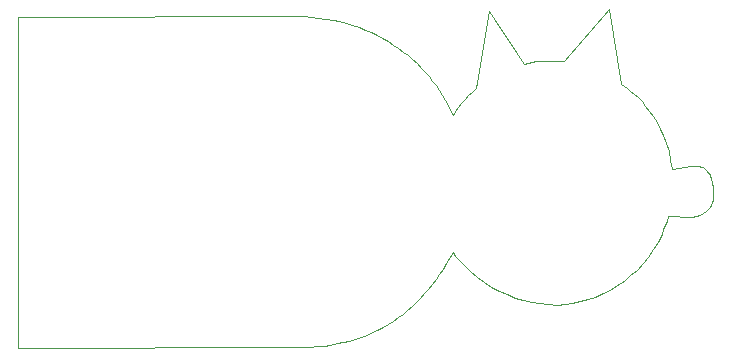
<source format=gbr>
G04 This is an RS-274x file exported by *
G04 gerbv version 2.6A *
G04 More information is available about gerbv at *
G04 http://gerbv.geda-project.org/ *
G04 --End of header info--*
%MOIN*%
%FSLAX34Y34*%
%IPPOS*%
G04 --Define apertures--*
%ADD10C,0.0039*%
G04 --Start main section--*
G54D10*
G01X0033237Y-014914D02*
G01X0033215Y-014992D01*
G01X0030994Y-011770D02*
G01X0031125Y-011936D01*
G01X0033083Y-015217D02*
G01X0033011Y-015284D01*
G01X0032922Y-015345D02*
G01X0032815Y-015398D01*
G01X0032815Y-015398D02*
G01X0032687Y-015441D01*
G01X0032687Y-015441D02*
G01X0032537Y-015473D01*
G01X0031249Y-016559D02*
G01X0031081Y-016798D01*
G01X0031081Y-016798D02*
G01X0030899Y-017022D01*
G01X0031125Y-011936D02*
G01X0031252Y-012117D01*
G01X0032769Y-013780D02*
G01X0032837Y-013797D01*
G01X0033011Y-015284D02*
G01X0032922Y-015345D01*
G01X0033226Y-014335D02*
G01X0033250Y-014492D01*
G01X0030899Y-017022D02*
G01X0030702Y-017230D01*
G01X0031741Y-015449D02*
G01X0031697Y-015601D01*
G01X0032614Y-013772D02*
G01X0032695Y-013771D01*
G01X0031400Y-016304D02*
G01X0031249Y-016559D01*
G01X0031593Y-015893D02*
G01X0031533Y-016034D01*
G01X0031648Y-015749D02*
G01X0031593Y-015893D01*
G01X0030702Y-017230D02*
G01X0030494Y-017422D01*
G01X0030494Y-017422D02*
G01X0030275Y-017597D01*
G01X0031873Y-013866D02*
G01X0032527Y-013782D01*
G01X0032956Y-013857D02*
G01X0033007Y-013898D01*
G01X0031697Y-015601D02*
G01X0031648Y-015749D01*
G01X0031828Y-013562D02*
G01X0031873Y-013866D01*
G01X0029568Y-018023D02*
G01X0029321Y-018131D01*
G01X0029321Y-018131D02*
G01X0029069Y-018221D01*
G01X0033007Y-013898D02*
G01X0033053Y-013945D01*
G01X0032537Y-015473D02*
G01X0031741Y-015449D01*
G01X0033129Y-014057D02*
G01X0033160Y-014121D01*
G01X0033093Y-013998D02*
G01X0033129Y-014057D01*
G01X0033140Y-015145D02*
G01X0033083Y-015217D01*
G01X0029069Y-018221D02*
G01X0028816Y-018294D01*
G01X0028816Y-018294D02*
G01X0028561Y-018348D01*
G01X0028561Y-018348D02*
G01X0028302Y-018383D01*
G01X0031764Y-013277D02*
G01X0031828Y-013562D01*
G01X0032527Y-013782D02*
G01X0032614Y-013772D01*
G01X0033053Y-013945D02*
G01X0033093Y-013998D01*
G01X0033250Y-014492D02*
G01X0033258Y-014695D01*
G01X0033160Y-014121D02*
G01X0033186Y-014189D01*
G01X0030047Y-017756D02*
G01X0029811Y-017898D01*
G01X0033258Y-014695D02*
G01X0033250Y-014838D01*
G01X0033184Y-015069D02*
G01X0033140Y-015145D01*
G01X0030275Y-017597D02*
G01X0030047Y-017756D01*
G01X0029811Y-017898D02*
G01X0029568Y-018023D01*
G01X0030863Y-011621D02*
G01X0030994Y-011770D01*
G01X0032695Y-013771D02*
G01X0032769Y-013780D01*
G01X0030733Y-011487D02*
G01X0030863Y-011621D01*
G01X0031533Y-016034D02*
G01X0031400Y-016304D01*
G01X0031373Y-012315D02*
G01X0031487Y-012530D01*
G01X0033215Y-014992D02*
G01X0033184Y-015069D01*
G01X0031487Y-012530D02*
G01X0031592Y-012761D01*
G01X0033186Y-014189D02*
G01X0033226Y-014335D01*
G01X0031685Y-013010D02*
G01X0031764Y-013277D01*
G01X0031252Y-012117D02*
G01X0031373Y-012315D01*
G01X0031592Y-012761D02*
G01X0031685Y-013010D01*
G01X0032837Y-013797D02*
G01X0032899Y-013823D01*
G01X0032899Y-013823D02*
G01X0032956Y-013857D01*
G01X0033250Y-014838D02*
G01X0033237Y-014914D01*
G01X0020042Y-019786D02*
G01X0019813Y-019801D01*
G01X0023881Y-017714D02*
G01X0023753Y-017873D01*
G01X0019094Y-019803D02*
G01X0010079Y-019842D01*
G01X0010079Y-019842D02*
G01X0010079Y-019842D01*
G01X0027485Y-018361D02*
G01X0027207Y-018313D01*
G01X0028035Y-018396D02*
G01X0027762Y-018389D01*
G01X0023753Y-017873D02*
G01X0023620Y-018026D01*
G01X0021881Y-019318D02*
G01X0021696Y-019398D01*
G01X0024354Y-017027D02*
G01X0024242Y-017207D01*
G01X0027207Y-018313D02*
G01X0026928Y-018247D01*
G01X0019813Y-019801D02*
G01X0019579Y-019810D01*
G01X0025853Y-017801D02*
G01X0025604Y-017647D01*
G01X0022238Y-019139D02*
G01X0022062Y-019232D01*
G01X0025604Y-017647D02*
G01X0025366Y-017478D01*
G01X0022576Y-018935D02*
G01X0022409Y-019040D01*
G01X0021312Y-019537D02*
G01X0021112Y-019596D01*
G01X0026652Y-018162D02*
G01X0026379Y-018059D01*
G01X0022738Y-018823D02*
G01X0022576Y-018935D01*
G01X0021112Y-019596D02*
G01X0020908Y-019649D01*
G01X0024651Y-016769D02*
G01X0024567Y-016654D01*
G01X0025141Y-017293D02*
G01X0024932Y-017094D01*
G01X0020699Y-019694D02*
G01X0020485Y-019732D01*
G01X0020485Y-019732D02*
G01X0020266Y-019762D01*
G01X0024567Y-016654D02*
G01X0024354Y-017027D01*
G01X0024242Y-017207D02*
G01X0024125Y-017381D01*
G01X0022896Y-018705D02*
G01X0022738Y-018823D01*
G01X0022409Y-019040D02*
G01X0022238Y-019139D01*
G01X0020908Y-019649D02*
G01X0020699Y-019694D01*
G01X0020266Y-019762D02*
G01X0020042Y-019786D01*
G01X0019579Y-019810D02*
G01X0019339Y-019810D01*
G01X0019339Y-019810D02*
G01X0019094Y-019803D01*
G01X0027762Y-018389D02*
G01X0027485Y-018361D01*
G01X0024740Y-016880D02*
G01X0024651Y-016769D01*
G01X0024005Y-017550D02*
G01X0023881Y-017714D01*
G01X0022062Y-019232D02*
G01X0021881Y-019318D01*
G01X0024125Y-017381D02*
G01X0024005Y-017550D01*
G01X0023484Y-018173D02*
G01X0023343Y-018315D01*
G01X0023343Y-018315D02*
G01X0023199Y-018451D01*
G01X0026928Y-018247D02*
G01X0026652Y-018162D01*
G01X0026379Y-018059D02*
G01X0026112Y-017938D01*
G01X0025366Y-017478D02*
G01X0025141Y-017293D01*
G01X0024932Y-017094D02*
G01X0024740Y-016880D01*
G01X0023620Y-018026D02*
G01X0023484Y-018173D01*
G01X0023199Y-018451D02*
G01X0023049Y-018581D01*
G01X0028302Y-018383D02*
G01X0028035Y-018396D01*
G01X0026112Y-017938D02*
G01X0025853Y-017801D01*
G01X0023049Y-018581D02*
G01X0022896Y-018705D01*
G01X0021696Y-019398D02*
G01X0021506Y-019471D01*
G01X0021506Y-019471D02*
G01X0021312Y-019537D01*
G01X0024720Y-011857D02*
G01X0024888Y-011642D01*
G01X0022743Y-009847D02*
G01X0022907Y-009968D01*
G01X0022398Y-009620D02*
G01X0022574Y-009731D01*
G01X0022217Y-009515D02*
G01X0022398Y-009620D01*
G01X0024003Y-011095D02*
G01X0024113Y-011252D01*
G01X0024216Y-011411D02*
G01X0024313Y-011572D01*
G01X0021010Y-009017D02*
G01X0021225Y-009082D01*
G01X0020332Y-008865D02*
G01X0020563Y-008907D01*
G01X0010079Y-019842D02*
G01X0010079Y-008819D01*
G01X0022907Y-009968D02*
G01X0023065Y-010095D01*
G01X0024113Y-011252D02*
G01X0024216Y-011411D01*
G01X0022574Y-009731D02*
G01X0022743Y-009847D01*
G01X0024313Y-011572D02*
G01X0024404Y-011736D01*
G01X0024566Y-012068D02*
G01X0024720Y-011857D01*
G01X0023217Y-010226D02*
G01X0023364Y-010361D01*
G01X0021837Y-009322D02*
G01X0022030Y-009415D01*
G01X0021434Y-009155D02*
G01X0021638Y-009235D01*
G01X0024404Y-011736D02*
G01X0024488Y-011901D01*
G01X0023364Y-010361D02*
G01X0023504Y-010501D01*
G01X0024888Y-011642D02*
G01X0024985Y-011532D01*
G01X0021225Y-009082D02*
G01X0021434Y-009155D01*
G01X0010079Y-008819D02*
G01X0019094Y-008780D01*
G01X0023504Y-010501D02*
G01X0023638Y-010644D01*
G01X0025354Y-011181D02*
G01X0025787Y-008622D01*
G01X0025787Y-008622D02*
G01X0026945Y-010376D01*
G01X0020789Y-008958D02*
G01X0021010Y-009017D01*
G01X0026945Y-010376D02*
G01X0027079Y-010341D01*
G01X0027079Y-010341D02*
G01X0027215Y-010315D01*
G01X0025092Y-011419D02*
G01X0025215Y-011302D01*
G01X0027215Y-010315D02*
G01X0027358Y-010295D01*
G01X0027675Y-010274D02*
G01X0027855Y-010274D01*
G01X0021638Y-009235D02*
G01X0021837Y-009322D01*
G01X0027855Y-010274D02*
G01X0028277Y-010290D01*
G01X0028277Y-010290D02*
G01X0029764Y-008543D01*
G01X0029764Y-008543D02*
G01X0030175Y-011034D01*
G01X0023065Y-010095D02*
G01X0023217Y-010226D01*
G01X0024488Y-011901D02*
G01X0024566Y-012068D01*
G01X0023888Y-010942D02*
G01X0024003Y-011095D01*
G01X0019352Y-008779D02*
G01X0019605Y-008787D01*
G01X0030175Y-011034D02*
G01X0030372Y-011173D01*
G01X0019853Y-008804D02*
G01X0020095Y-008830D01*
G01X0019094Y-008780D02*
G01X0019352Y-008779D01*
G01X0020095Y-008830D02*
G01X0020332Y-008865D01*
G01X0020563Y-008907D02*
G01X0020789Y-008958D01*
G01X0022030Y-009415D02*
G01X0022217Y-009515D01*
G01X0023766Y-010791D02*
G01X0023888Y-010942D01*
G01X0024985Y-011532D02*
G01X0025092Y-011419D01*
G01X0027358Y-010295D02*
G01X0027510Y-010281D01*
G01X0030372Y-011173D02*
G01X0030485Y-011263D01*
G01X0027510Y-010281D02*
G01X0027675Y-010274D01*
G01X0030485Y-011263D02*
G01X0030607Y-011367D01*
G01X0030607Y-011367D02*
G01X0030733Y-011487D01*
G01X0025215Y-011302D02*
G01X0025354Y-011181D01*
G01X0019605Y-008787D02*
G01X0019853Y-008804D01*
G01X0023638Y-010644D02*
G01X0023766Y-010791D01*
M02*

</source>
